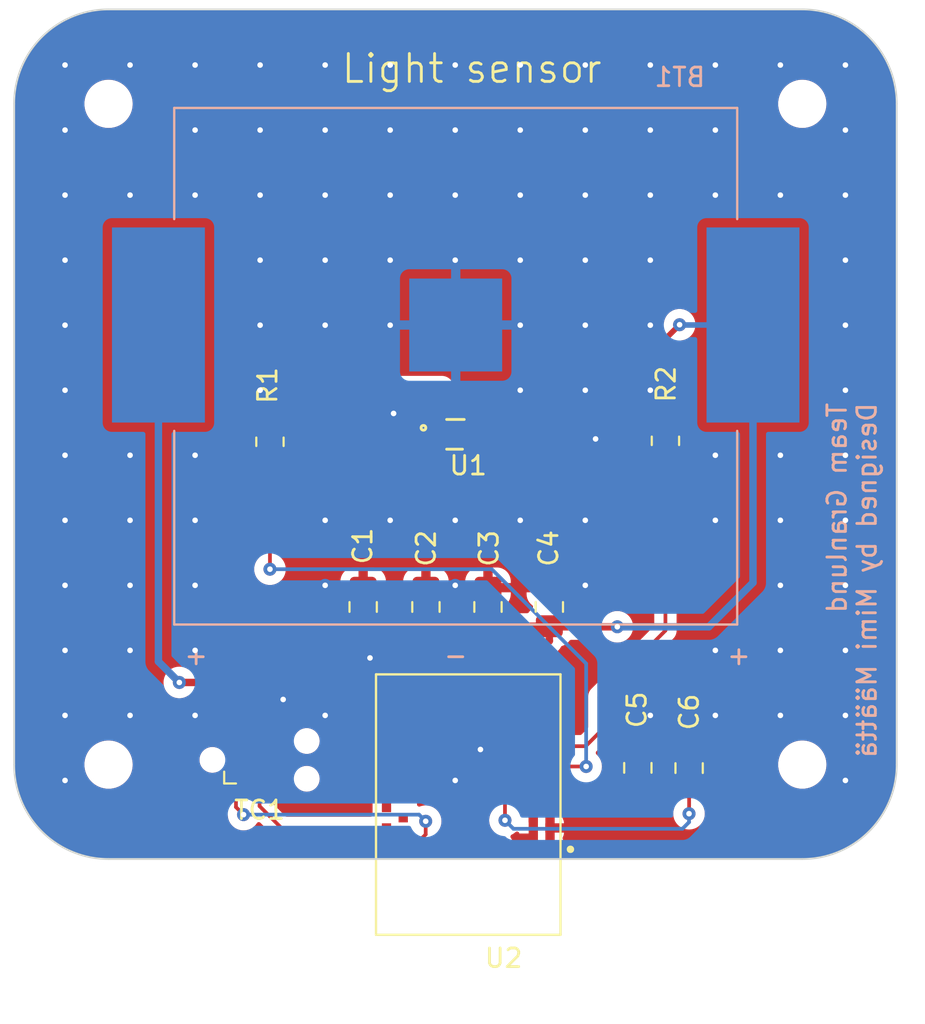
<source format=kicad_pcb>
(kicad_pcb (version 20221018) (generator pcbnew)
  (layers (0 "F.Cu" signal) (31 "B.Cu" signal) (34 "B.Paste" user) (35 "F.Paste" user) (36 "B.SilkS" user "B.Silkscreen") (37 "F.SilkS" user "F.Silkscreen") (38 "B.Mask" user) (39 "F.Mask" user) (44 "Edge.Cuts" user))
  (net 0 "")
  (net 1 "GND")
  (net 2 "VCC")
  (net 3 "Net-(U2-P0.26)")
  (net 4 "Net-(U2-P0.25)")
  (net 5 "/SDA")
  (net 6 "/SCL")
  (net 7 "/SW_DIO")
  (net 8 "/SW_CLK")
  (net 9 "/RESET")
  (footprint "Resistor_SMD:R_0805_2012Metric_Pad1.20x1.40mm_HandSolder" (layer "F.Cu") (at 141.2748 95.6564 -90)
    (fp_text reference "R1" (at -3.032 0.127 90) (layer "F.SilkS"))
    (fp_text value "4.7k")
    (fp_line (start -0.227064 -0.735) (end 0.227064 -0.735) (stroke (width 0.12)) (layer "F.SilkS"))
    (fp_line (start -0.227064 0.735) (end 0.227064 0.735) (stroke (width 0.12)) (layer "F.SilkS"))
    (pad "1" smd roundrect (at -1 0 270) (size 1.2 1.4) (layers "F.Cu" "F.Paste" "F.Mask") (roundrect_rratio 0.2083333333) (net 2 "VCC"))
    (pad "2" smd roundrect (at 1 0 270) (size 1.2 1.4) (layers "F.Cu" "F.Paste" "F.Mask") (roundrect_rratio 0.2083333333) (net 5 "/SDA"))
  )
  (footprint "MountingHole:MountingHole_2.2mm_M2" (layer "F.Cu") (at 132.588 113.03)
    (fp_text reference "REF**" hide)
    (fp_text value "MountingHole_2.2mm_M2" hide)
    (pad "" np_thru_hole circle (at 0 0) (size 2.2 2.2) (drill 2.2) (layers "*.Cu" "*.Mask"))
  )
  (footprint "Connector:Tag-Connect_TC2030-IDC-NL_2x03_P1.27mm_Vertical" (layer "F.Cu") (at 140.716 112.776)
    (fp_text reference "TC1" (at 0 2.7) (layer "F.SilkS"))
    (fp_text value "TC2030-IDC" hide)
    (fp_line (start -1.905 1.27) (end -1.905 0.635) (stroke (width 0.12)) (layer "F.SilkS"))
    (fp_line (start -1.27 1.27) (end -1.905 1.27) (stroke (width 0.12)) (layer "F.SilkS"))
    (pad "" np_thru_hole circle (at -2.54 0) (size 0.9906 0.9906) (drill 0.9906) (layers "*.Cu" "*.Mask"))
    (pad "" np_thru_hole circle (at 2.54 -1.016) (size 0.9906 0.9906) (drill 0.9906) (layers "*.Cu" "*.Mask"))
    (pad "" np_thru_hole circle (at 2.54 1.016) (size 0.9906 0.9906) (drill 0.9906) (layers "*.Cu" "*.Mask"))
    (pad "1" connect circle (at -1.27 0.635) (size 0.7874 0.7874) (layers "F.Cu" "F.Mask") (net 7 "/SW_DIO"))
    (pad "2" connect circle (at -1.27 -0.635) (size 0.7874 0.7874) (layers "F.Cu" "F.Mask") (net 2 "VCC"))
    (pad "3" connect circle (at 0 0.635) (size 0.7874 0.7874) (layers "F.Cu" "F.Mask") (net 8 "/SW_CLK"))
    (pad "4" connect circle (at 0 -0.635) (size 0.7874 0.7874) (layers "F.Cu" "F.Mask") (net 9 "/RESET"))
    (pad "5" connect circle (at 1.27 0.635) (size 0.7874 0.7874) (layers "F.Cu" "F.Mask"))
    (pad "6" connect circle (at 1.27 -0.635) (size 0.7874 0.7874) (layers "F.Cu" "F.Mask") (net 1 "GND"))
    (zone (net 0) (net_name "") (layer "F.Cu") (connect_pads (clearance 0)) (min_thickness 0.254)
      (keepout (tracks allowed) (vias not_allowed) (pads allowed) (copperpour not_allowed) (footprints not_allowed))
      (fill (thermal_gap 0.508) (thermal_bridge_width 0.508))
      (polygon (pts (xy 141.986 112.141) (xy 139.446 112.141) (xy 139.446 113.411) (xy 141.986 113.411)))
    )
  )
  (footprint "Resistor_SMD:R_0805_2012Metric_Pad1.20x1.40mm_HandSolder" (layer "F.Cu") (at 162.56 95.6056 -90)
    (fp_text reference "R2" (at -3.048 -0.029 90) (layer "F.SilkS"))
    (fp_text value "4.7k")
    (fp_line (start -0.227064 -0.735) (end 0.227064 -0.735) (stroke (width 0.12)) (layer "F.SilkS"))
    (fp_line (start -0.227064 0.735) (end 0.227064 0.735) (stroke (width 0.12)) (layer "F.SilkS"))
    (pad "1" smd roundrect (at -1 0 270) (size 1.2 1.4) (layers "F.Cu" "F.Paste" "F.Mask") (roundrect_rratio 0.2083333333) (net 2 "VCC"))
    (pad "2" smd roundrect (at 1 0 270) (size 1.2 1.4) (layers "F.Cu" "F.Paste" "F.Mask") (roundrect_rratio 0.2083333333) (net 6 "/SCL"))
  )
  (footprint "Capacitor_SMD:C_0805_2012Metric_Pad1.18x1.45mm_HandSolder" (layer "F.Cu") (at 149.6696 104.5464 90)
    (fp_text reference "C2" (at 3.1535 0.013 90) (layer "F.SilkS"))
    (fp_text value "10u")
    (fp_line (start -0.261252 -0.735) (end 0.261252 -0.735) (stroke (width 0.12)) (layer "F.SilkS"))
    (fp_line (start -0.261252 0.735) (end 0.261252 0.735) (stroke (width 0.12)) (layer "F.SilkS"))
    (pad "1" smd roundrect (at -1.0375 0 90) (size 1.175 1.45) (layers "F.Cu" "F.Paste" "F.Mask") (roundrect_rratio 0.2127659574) (net 2 "VCC"))
    (pad "2" smd roundrect (at 1.0375 0 90) (size 1.175 1.45) (layers "F.Cu" "F.Paste" "F.Mask") (roundrect_rratio 0.2127659574) (net 1 "GND"))
  )
  (footprint "Color_sensor_VEML3328:SMD_L3328_VIS" (layer "F.Cu") (at 151.257066 95.255601)
    (fp_text reference "U1" (at 0.686501 1.682001 unlocked) (layer "F.SilkS"))
    (fp_text value "VEML3328" hide)
    (fp_line (start -0.472971 0.8001) (end 0.379571 0.8001) (stroke (width 0.1524)) (layer "F.SilkS"))
    (fp_line (start 0.472971 -0.8001) (end -0.472971 -0.8001) (stroke (width 0.1524)) (layer "F.SilkS"))
    (fp_circle (center -1.7209 -0.35) (end -1.5939 -0.35) (stroke (width 0.1524)) (fill none) (layer "F.SilkS"))
    (pad "1" smd rect (at -0.837499 -0.349999) (size 0.4318 0.3048) (layers "F.Cu" "F.Paste" "F.Mask") (net 1 "GND"))
    (pad "2" smd rect (at -0.837499 0.349999) (size 0.4318 0.3048) (layers "F.Cu" "F.Paste" "F.Mask") (net 5 "/SDA"))
    (pad "3" smd rect (at 0.787334 0.349999) (size 0.5334 0.3556) (layers "F.Cu" "F.Paste" "F.Mask") (net 6 "/SCL"))
    (pad "4" smd rect (at 0.837499 -0.349999) (size 0.4318 0.3048) (layers "F.Cu" "F.Paste" "F.Mask") (net 2 "VCC"))
  )
  (footprint "Capacitor_SMD:C_0805_2012Metric_Pad1.18x1.45mm_HandSolder" (layer "F.Cu") (at 146.2916 104.5464 90)
    (fp_text reference "C1" (at 3.2805 -0.025 90) (layer "F.SilkS"))
    (fp_text value "1u")
    (fp_line (start -0.261252 -0.735) (end 0.261252 -0.735) (stroke (width 0.12)) (layer "F.SilkS"))
    (fp_line (start -0.261252 0.735) (end 0.261252 0.735) (stroke (width 0.12)) (layer "F.SilkS"))
    (pad "1" smd roundrect (at -1.0375 0 90) (size 1.175 1.45) (layers "F.Cu" "F.Paste" "F.Mask") (roundrect_rratio 0.2127659574) (net 2 "VCC"))
    (pad "2" smd roundrect (at 1.0375 0 90) (size 1.175 1.45) (layers "F.Cu" "F.Paste" "F.Mask") (roundrect_rratio 0.2127659574) (net 1 "GND"))
  )
  (footprint "MountingHole:MountingHole_2.2mm_M2" (layer "F.Cu") (at 169.926 113.03)
    (fp_text reference "REF**" hide)
    (fp_text value "MountingHole_2.2mm_M2" hide)
    (pad "" np_thru_hole circle (at 0 0) (size 2.2 2.2) (drill 2.2) (layers "*.Cu" "*.Mask"))
  )
  (footprint "MountingHole:MountingHole_2.2mm_M2" (layer "F.Cu") (at 132.588 77.47)
    (fp_text reference "REF**" hide)
    (fp_text value "MountingHole_2.2mm_M2" hide)
    (pad "" np_thru_hole circle (at 0 0) (size 2.2 2.2) (drill 2.2) (layers "F&B.Cu" "*.Mask"))
  )
  (footprint "Capacitor_SMD:C_0805_2012Metric_Pad1.18x1.45mm_HandSolder" (layer "F.Cu") (at 153.0096 104.5464 90)
    (fp_text reference "C3" (at 3.1535 0.051 90) (layer "F.SilkS"))
    (fp_text value "1u")
    (fp_line (start -0.261252 -0.735) (end 0.261252 -0.735) (stroke (width 0.12)) (layer "F.SilkS"))
    (fp_line (start -0.261252 0.735) (end 0.261252 0.735) (stroke (width 0.12)) (layer "F.SilkS"))
    (pad "1" smd roundrect (at -1.0375 0 90) (size 1.175 1.45) (layers "F.Cu" "F.Paste" "F.Mask") (roundrect_rratio 0.2127659574) (net 2 "VCC"))
    (pad "2" smd roundrect (at 1.0375 0 90) (size 1.175 1.45) (layers "F.Cu" "F.Paste" "F.Mask") (roundrect_rratio 0.2127659574) (net 1 "GND"))
  )
  (footprint "Capacitor_SMD:C_0805_2012Metric_Pad1.18x1.45mm_HandSolder" (layer "F.Cu") (at 161.075472 113.204647 90)
    (fp_text reference "C5" (at 3.1203 -0.0508 90) (layer "F.SilkS"))
    (fp_text value "12p")
    (fp_line (start -0.261252 -0.735) (end 0.261252 -0.735) (stroke (width 0.12)) (layer "F.SilkS"))
    (fp_line (start -0.261252 0.735) (end 0.261252 0.735) (stroke (width 0.12)) (layer "F.SilkS"))
    (pad "1" smd roundrect (at -1.0375 0 90) (size 1.175 1.45) (layers "F.Cu" "F.Paste" "F.Mask") (roundrect_rratio 0.2127659574) (net 3 "Net-(U2-P0.26)"))
    (pad "2" smd roundrect (at 1.0375 0 90) (size 1.175 1.45) (layers "F.Cu" "F.Paste" "F.Mask") (roundrect_rratio 0.2127659574) (net 1 "GND"))
  )
  (footprint "BMD-301-A-R:BMD-301-A-R" (layer "F.Cu") (at 151.948 115.189 180)
    (fp_text reference "U2" (at -1.905 -8.255) (layer "F.SilkS"))
    (fp_text value "BMD-301-A-R" hide)
    (fp_line (start -4.965 -7) (end 4.965 -7) (stroke (width 0.127)) (layer "F.SilkS"))
    (fp_line (start -4.965 7.015) (end -4.965 -7) (stroke (width 0.127)) (layer "F.SilkS"))
    (fp_line (start 4.965 -7) (end 4.965 7.015) (stroke (width 0.127)) (layer "F.SilkS"))
    (fp_line (start 4.965 7.015) (end -4.965 7.015) (stroke (width 0.127)) (layer "F.SilkS"))
    (fp_circle (center -5.5 -2.4) (end -5.4 -2.4) (stroke (width 0.2)) (fill none) (layer "F.SilkS"))
    (pad "1" smd rect (at -4.4 -2.35 90) (size 0.5 0.5) (layers "F.Cu" "F.Paste" "F.Mask") (net 1 "GND"))
    (pad "2" smd rect (at -3.5 -1.8 90) (size 0.5 0.5) (layers "F.Cu" "F.Paste" "F.Mask") (net 1 "GND"))
    (pad "3" smd rect (at -4.4 -1.25 90) (size 0.5 0.5) (layers "F.Cu" "F.Paste" "F.Mask") (net 1 "GND"))
    (pad "4" smd rect (at -3.5 -0.7 90) (size 0.5 0.5) (layers "F.Cu" "F.Paste" "F.Mask") (net 1 "GND"))
    (pad "5" smd rect (at -4.4 -0.15 90) (size 0.5 0.5) (layers "F.Cu" "F.Paste" "F.Mask") (net 1 "GND"))
    (pad "6" smd rect (at -3.5 0.4 90) (size 0.5 0.5) (layers "F.Cu" "F.Paste" "F.Mask") (net 4 "Net-(U2-P0.25)"))
    (pad "7" smd rect (at -4.4 0.95 90) (size 0.5 0.5) (layers "F.Cu" "F.Paste" "F.Mask") (net 3 "Net-(U2-P0.26)"))
    (pad "8" smd rect (at -3.5 1.5 90) (size 0.5 0.5) (layers "F.Cu" "F.Paste" "F.Mask"))
    (pad "9" smd rect (at -4.4 2.05 90) (size 0.5 0.5) (layers "F.Cu" "F.Paste" "F.Mask") (net 5 "/SDA"))
    (pad "10" smd rect (at -3.5 2.6 90) (size 0.5 0.5) (layers "F.Cu" "F.Paste" "F.Mask"))
    (pad "11" smd rect (at -4.4 3.15 90) (size 0.5 0.5) (layers "F.Cu" "F.Paste" "F.Mask") (net 6 "/SCL"))
    (pad "12" smd rect (at -3.5 3.7 90) (size 0.5 0.5) (layers "F.Cu" "F.Paste" "F.Mask"))
    (pad "13" smd rect (at -4.4 4.25 90) (size 0.5 0.5) (layers "F.Cu" "F.Paste" "F.Mask"))
    (pad "14" smd rect (at -3.5 4.8 90) (size 0.5 0.5) (layers "F.Cu" "F.Paste" "F.Mask"))
    (pad "15" smd rect (at -4.4 5.35 90) (size 0.5 0.5) (layers "F.Cu" "F.Paste" "F.Mask"))
    (pad "16" smd rect (at -4.4 6.45 90) (size 0.5 0.5) (layers "F.Cu" "F.Paste" "F.Mask") (net 1 "GND"))
    (pad "17" smd rect (at -3.3 6.45 90) (size 0.5 0.5) (layers "F.Cu" "F.Paste" "F.Mask") (net 2 "VCC"))
    (pad "18" smd rect (at -2.75 5.55 90) (size 0.5 0.5) (layers "F.Cu" "F.Paste" "F.Mask") (net 1 "GND"))
    (pad "19" smd rect (at -2.2 6.45 90) (size 0.5 0.5) (layers "F.Cu" "F.Paste" "F.Mask"))
    (pad "20" smd rect (at -1.65 5.55 90) (size 0.5 0.5) (layers "F.Cu" "F.Paste" "F.Mask"))
    (pad "21" smd rect (at -1.1 6.45 90) (size 0.5 0.5) (layers "F.Cu" "F.Paste" "F.Mask"))
    (pad "22" smd rect (at -0.55 5.55 90) (size 0.5 0.5) (layers "F.Cu" "F.Paste" "F.Mask"))
    (pad "23" smd rect (at 0 6.45 90) (size 0.5 0.5) (layers "F.Cu" "F.Paste" "F.Mask"))
    (pad "24" smd rect (at 0.55 5.55 90) (size 0.5 0.5) (layers "F.Cu" "F.Paste" "F.Mask"))
    (pad "25" smd rect (at 1.1 6.45 90) (size 0.5 0.5) (layers "F.Cu" "F.Paste" "F.Mask"))
    (pad "26" smd rect (at 1.65 5.55 90) (size 0.5 0.5) (layers "F.Cu" "F.Paste" "F.Mask"))
    (pad "27" smd rect (at 2.2 6.45 90) (size 0.5 0.5) (layers "F.Cu" "F.Paste" "F.Mask"))
    (pad "28" smd rect (at 2.75 5.55 90) (size 0.5 0.5) (layers "F.Cu" "F.Paste" "F.Mask"))
    (pad "29" smd rect (at 3.3 6.45 90) (size 0.5 0.5) (layers "F.Cu" "F.Paste" "F.Mask") (net 1 "GND"))
    (pad "30" smd rect (at 4.4 6.45 90) (size 0.5 0.5) (layers "F.Cu" "F.Paste" "F.Mask") (net 1 "GND"))
    (pad "31" smd rect (at 4.4 5.35 90) (size 0.5 0.5) (layers "F.Cu" "F.Paste" "F.Mask"))
    (pad "32" smd rect (at 3.5 4.8 90) (size 0.5 0.5) (layers "F.Cu" "F.Paste" "F.Mask"))
    (pad "33" smd rect (at 4.4 4.25 90) (size 0.5 0.5) (layers "F.Cu" "F.Paste" "F.Mask"))
    (pad "34" smd rect (at 3.5 3.7 90) (size 0.5 0.5) (layers "F.Cu" "F.Paste" "F.Mask"))
    (pad "35" smd rect (at 4.4 3.15 90) (size 0.5 0.5) (layers "F.Cu" "F.Paste" "F.Mask"))
    (pad "36" smd rect (at 3.5 2.6 90) (size 0.5 0.5) (layers "F.Cu" "F.Paste" "F.Mask"))
    (pad "37" smd rect (at 4.4 2.05 90) (size 0.5 0.5) (layers "F.Cu" "F.Paste" "F.Mask"))
    (pad "38" smd rect (at 3.5 1.5 90) (size 0.5 0.5) (layers "F.Cu" "F.Paste" "F.Mask"))
    (pad "39" smd rect (at 4.4 0.95 90) (size 0.5 0.5) (layers "F.Cu" "F.Paste" "F.Mask") (net 9 "/RESET"))
    (pad "40" smd rect (at 3.5 0.4 90) (size 0.5 0.5) (layers "F.Cu" "F.Paste" "F.Mask"))
    (pad "41" smd rect (at 4.4 -0.15 90) (size 0.5 0.5) (layers "F.Cu" "F.Paste" "F.Mask"))
    (pad "42" smd rect (at 3.5 -0.7 90) (size 0.5 0.5) (layers "F.Cu" "F.Paste" "F.Mask"))
    (pad "43" smd rect (at 4.4 -1.25 90) (size 0.5 0.5) (layers "F.Cu" "F.Paste" "F.Mask") (net 8 "/SW_CLK"))
    (pad "44" smd rect (at 3.5 -1.8 90) (size 0.5 0.5) (layers "F.Cu" "F.Paste" "F.Mask") (net 7 "/SW_DIO"))
    (pad "45" smd rect (at 4.4 -2.35 90) (size 0.5 0.5) (layers "F.Cu" "F.Paste" "F.Mask") (net 1 "GND"))
    (pad "46" smd rect (at 1.65 -2.35 90) (size 0.5 0.5) (layers "F.Cu" "F.Paste" "F.Mask") (net 1 "GND"))
    (pad "47" smd rect (at -1.65 -2.35 90) (size 0.5 0.5) (layers "F.Cu" "F.Paste" "F.Mask") (net 1 "GND"))
    (zone (net 0) (net_name "") (layer "F.Cu") (connect_pads (clearance 0)) (min_thickness 0.01)
      (keepout (tracks not_allowed) (vias not_allowed) (pads not_allowed) (copperpour not_allowed) (footprints allowed))
      (fill (thermal_gap 0.508) (thermal_bridge_width 0.508))
      (polygon (pts (xy 156.878 122.189) (xy 146.978 122.189) (xy 146.978 117.799) (xy 156.878 117.799)))
    )
  )
  (footprint "MountingHole:MountingHole_2.2mm_M2" (layer "F.Cu") (at 169.926 77.47)
    (fp_text reference "REF**" hide)
    (fp_text value "MountingHole_2.2mm_M2" hide)
    (pad "" np_thru_hole circle (at 0 0) (size 2.2 2.2) (drill 2.2) (layers "F&B.Cu" "*.Mask"))
  )
  (footprint "Capacitor_SMD:C_0805_2012Metric_Pad1.18x1.45mm_HandSolder" (layer "F.Cu") (at 163.835104 113.217511 90)
    (fp_text reference "C6" (at 3.0187 0 90) (layer "F.SilkS"))
    (fp_text value "12p")
    (fp_line (start -0.261252 -0.735) (end 0.261252 -0.735) (stroke (width 0.12)) (layer "F.SilkS"))
    (fp_line (start -0.261252 0.735) (end 0.261252 0.735) (stroke (width 0.12)) (layer "F.SilkS"))
    (pad "1" smd roundrect (at -1.0375 0 90) (size 1.175 1.45) (layers "F.Cu" "F.Paste" "F.Mask") (roundrect_rratio 0.2127659574) (net 4 "Net-(U2-P0.25)"))
    (pad "2" smd roundrect (at 1.0375 0 90) (size 1.175 1.45) (layers "F.Cu" "F.Paste" "F.Mask") (roundrect_rratio 0.2127659574) (net 1 "GND"))
  )
  (footprint "Capacitor_SMD:C_0805_2012Metric_Pad1.18x1.45mm_HandSolder" (layer "F.Cu") (at 156.3116 104.5464 90)
    (fp_text reference "C4" (at 3.1535 -0.038 90) (layer "F.SilkS"))
    (fp_text value "100n")
    (fp_line (start -0.261252 -0.735) (end 0.261252 -0.735) (stroke (width 0.12)) (layer "F.SilkS"))
    (fp_line (start -0.261252 0.735) (end 0.261252 0.735) (stroke (width 0.12)) (layer "F.SilkS"))
    (pad "1" smd roundrect (at -1.0375 0 90) (size 1.175 1.45) (layers "F.Cu" "F.Paste" "F.Mask") (roundrect_rratio 0.2127659574) (net 2 "VCC"))
    (pad "2" smd roundrect (at 1.0375 0 90) (size 1.175 1.45) (layers "F.Cu" "F.Paste" "F.Mask") (roundrect_rratio 0.2127659574) (net 1 "GND"))
  )
  (footprint "CR2477-clip:BAT_BRX1-2477-SM" (layer "B.Cu") (at 151.2725 89.372 180)
    (fp_text reference "BT1" (at -12.065 13.335) (layer "B.SilkS") (effects (justify mirror)))
    (fp_text value "BRX1-2477-SM" hide)
    (fp_text user "+" (at -15.24 -17.78) (layer "B.SilkS") (effects (justify mirror)))
    (fp_text user "-" (at 0 -17.78) (layer "B.SilkS") (effects (justify mirror)))
    (fp_text user "+" (at 13.97 -17.78) (layer "B.SilkS") (effects (justify mirror)))
    (fp_line (start -15.15 -16.12) (end 15.15 -16.12) (stroke (width 0.127)) (layer "B.SilkS"))
    (fp_line (start -15.15 -5.7) (end -15.15 -16.12) (stroke (width 0.127)) (layer "B.SilkS"))
    (fp_line (start -15.15 11.68) (end -15.15 5.7) (stroke (width 0.127)) (layer "B.SilkS"))
    (fp_line (start 15.15 -16.12) (end 15.15 -5.7) (stroke (width 0.127)) (layer "B.SilkS"))
    (fp_line (start 15.15 5.7) (end 15.15 11.68) (stroke (width 0.127)) (layer "B.SilkS"))
    (fp_line (start 15.15 11.68) (end -15.15 11.68) (stroke (width 0.127)) (layer "B.SilkS"))
    (pad "-" smd rect (at 0 0 180) (size 5 5) (layers "B.Cu" "B.Mask") (net 1 "GND"))
    (pad "1+" smd rect (at -16 0 180) (size 5 10.5) (layers "B.Cu" "B.Paste" "B.Mask") (net 2 "VCC"))
    (pad "2+" smd rect (at 16 0 180) (size 5 10.5) (layers "B.Cu" "B.Paste" "B.Mask") (net 2 "VCC"))
  )
  (gr_line (start 175.006 77.47) (end 175.006 113.03) (stroke (width 0.1)) (layer "Edge.Cuts"))
  (gr_arc (start 132.588 118.11) (mid 128.995898 116.622102) (end 127.508 113.03) (stroke (width 0.1)) (layer "Edge.Cuts"))
  (gr_line (start 132.588 118.11) (end 169.926 118.11) (stroke (width 0.1)) (layer "Edge.Cuts"))
  (gr_arc (start 127.508 77.47) (mid 128.995898 73.877898) (end 132.588 72.39) (stroke (width 0.1)) (layer "Edge.Cuts"))
  (gr_arc (start 169.926 72.39) (mid 173.518102 73.877898) (end 175.006 77.47) (stroke (width 0.1)) (layer "Edge.Cuts"))
  (gr_arc (start 175.006 113.03) (mid 173.518102 116.622102) (end 169.926 118.11) (stroke (width 0.1)) (layer "Edge.Cuts"))
  (gr_line (start 169.926 72.39) (end 132.588 72.39) (stroke (width 0.1)) (layer "Edge.Cuts"))
  (gr_line (start 127.508 77.47) (end 127.508 113.03) (stroke (width 0.1)) (layer "Edge.Cuts"))
  (gr_text "Team Granlund\nDesigned by Mimi Määttä" (at 173.99 93.472 -270) (layer "B.SilkS") (effects (font (size 1 1) (thickness 0.155)) (justify left bottom mirror)))
  (gr_text "Light sensor" (at 145.034 76.454) (layer "F.SilkS") (effects (font (size 1.5 1.5) (thickness 0.155)) (justify left bottom)))
  (segment (start 149.769602 94.905602) (end 148.9964 94.1324) (width 0.2) (layer "F.Cu") (net 1))
  (segment (start 148.9964 94.1324) (end 147.9296 94.1324) (width 0.2) (layer "F.Cu") (net 1))
  (segment (start 153.2128 110.6932) (end 154.127196 110.6932) (width 0.2) (layer "F.Cu") (net 1))
  (segment (start 154.698 110.122396) (end 154.698 109.639) (width 0.2) (layer "F.Cu") (net 1))
  (segment (start 150.419567 94.905602) (end 149.769602 94.905602) (width 0.2) (layer "F.Cu") (net 1))
  (segment (start 141.986 109.5248) (end 141.986 112.141) (width 0.2) (layer "F.Cu") (net 1))
  (segment (start 152.6032 112.217196) (end 152.6032 111.3028) (width 0.2) (layer "F.Cu") (net 1))
  (segment (start 152.6032 111.3028) (end 153.2128 110.6932) (width 0.2) (layer "F.Cu") (net 1))
  (segment (start 154.127196 110.6932) (end 154.698 110.122396) (width 0.2) (layer "F.Cu") (net 1))
  (via (at 168.746 96.382) (size 0.7) (drill 0.3) (layers "F.Cu" "B.Cu") (net 1))
  (via (at 130.246 110.382) (size 0.7) (drill 0.3) (layers "F.Cu" "B.Cu") (net 1))
  (via (at 158.8008 95.504) (size 0.7) (drill 0.3) (layers "F.Cu" "B.Cu") (net 1))
  (via (at 172.246 92.882) (size 0.7) (drill 0.3) (layers "F.Cu" "B.Cu") (net 1))
  (via (at 130.246 92.882) (size 0.7) (drill 0.3) (layers "F.Cu" "B.Cu") (net 1))
  (via (at 158.246 78.882) (size 0.7) (drill 0.3) (layers "F.Cu" "B.Cu") (net 1))
  (via (at 168.746 75.382) (size 0.7) (drill 0.3) (layers "F.Cu" "B.Cu") (net 1))
  (via (at 161.746 82.382) (size 0.7) (drill 0.3) (layers "F.Cu" "B.Cu") (net 1))
  (via (at 137.246 96.382) (size 0.7) (drill 0.3) (layers "F.Cu" "B.Cu") (net 1))
  (via (at 154.746 82.382) (size 0.7) (drill 0.3) (layers "F.Cu" "B.Cu") (net 1))
  (via (at 140.746 82.382) (size 0.7) (drill 0.3) (layers "F.Cu" "B.Cu") (net 1))
  (via (at 151.246 75.382) (size 0.7) (drill 0.3) (layers "F.Cu" "B.Cu") (net 1))
  (via (at 133.746 110.382) (size 0.7) (drill 0.3) (layers "F.Cu" "B.Cu") (net 1))
  (via (at 172.246 99.882) (size 0.7) (drill 0.3) (layers "F.Cu" "B.Cu") (net 1))
  (via (at 147.746 89.382) (size 0.7) (drill 0.3) (layers "F.Cu" "B.Cu") (net 1))
  (via (at 147.9296 94.1324) (size 0.7) (drill 0.3) (layers "F.Cu" "B.Cu") (net 1))
  (via (at 158.246 103.382) (size 0.7) (drill 0.3) (layers "F.Cu" "B.Cu") (net 1))
  (via (at 172.246 78.882) (size 0.7) (drill 0.3) (layers "F.Cu" "B.Cu") (net 1))
  (via (at 158.246 89.382) (size 0.7) (drill 0.3) (layers "F.Cu" "B.Cu") (net 1))
  (via (at 130.246 78.882) (size 0.7) (drill 0.3) (layers "F.Cu" "B.Cu") (net 1))
  (via (at 137.246 75.382) (size 0.7) (drill 0.3) (layers "F.Cu" "B.Cu") (net 1))
  (via (at 172.246 106.882) (size 0.7) (drill 0.3) (layers "F.Cu" "B.Cu") (net 1))
  (via (at 168.746 103.382) (size 0.7) (drill 0.3) (layers "F.Cu" "B.Cu") (net 1))
  (via (at 172.246 113.882) (size 0.7) (drill 0.3) (layers "F.Cu" "B.Cu") (net 1))
  (via (at 168.746 110.382) (size 0.7) (drill 0.3) (layers "F.Cu" "B.Cu") (net 1))
  (via (at 151.246 99.882) (size 0.7) (drill 0.3) (layers "F.Cu" "B.Cu") (net 1))
  (via (at 158.246 82.382) (size 0.7) (drill 0.3) (layers "F.Cu" "B.Cu") (net 1))
  (via (at 130.246 82.382) (size 0.7) (drill 0.3) (layers "F.Cu" "B.Cu") (net 1))
  (via (at 137.246 78.882) (size 0.7) (drill 0.3) (layers "F.Cu" "B.Cu") (net 1))
  (via (at 172.246 82.382) (size 0.7) (drill 0.3) (layers "F.Cu" "B.Cu") (net 1))
  (via (at 158.246 75.382) (size 0.7) (drill 0.3) (layers "F.Cu" "B.Cu") (net 1))
  (via (at 161.746 75.382) (size 0.7) (drill 0.3) (layers "F.Cu" "B.Cu") (net 1))
  (via (at 146.6596 107.2896) (size 0.7) (drill 0.3) (layers "F.Cu" "B.Cu") (net 1))
  (via (at 144.246 110.382) (size 0.7) (drill 0.3) (layers "F.Cu" "B.Cu") (net 1))
  (via (at 140.746 92.882) (size 0.7) (drill 0.3) (layers "F.Cu" "B.Cu") (net 1))
  (via (at 137.246 103.382) (size 0.7) (drill 0.3) (layers "F.Cu" "B.Cu") (net 1))
  (via (at 168.746 82.382) (size 0.7) (drill 0.3) (layers "F.Cu" "B.Cu") (net 1))
  (via (at 147.746 85.882) (size 0.7) (drill 0.3) (layers "F.Cu" "B.Cu") (net 1))
  (via (at 165.246 110.382) (size 0.7) (drill 0.3) (layers "F.Cu" "B.Cu") (net 1))
  (via (at 137.246 82.382) (size 0.7) (drill 0.3) (layers "F.Cu" "B.Cu") (net 1))
  (via (at 144.246 82.382) (size 0.7) (drill 0.3) (layers "F.Cu" "B.Cu") (net 1))
  (via (at 130.246 113.882) (size 0.7) (drill 0.3) (layers "F.Cu" "B.Cu") (net 1))
  (via (at 141.986 109.5248) (size 0.7) (drill 0.3) (layers "F.Cu" "B.Cu") (net 1))
  (via (at 154.746 99.882) (size 0.7) (drill 0.3) (layers "F.Cu" "B.Cu") (net 1))
  (via (at 130.246 89.382) (size 0.7) (drill 0.3) (layers "F.Cu" "B.Cu") (net 1))
  (via (at 161.746 110.382) (size 0.7) (drill 0.3) (layers "F.Cu" "B.Cu") (net 1))
  (via (at 133.746 75.382) (size 0.7) (drill 0.3) (layers "F.Cu" "B.Cu") (net 1))
  (via (at 130.246 96.382) (size 0.7) (drill 0.3) (layers "F.Cu" "B.Cu") (net 1))
  (via (at 161.746 85.882) (size 0.7) (drill 0.3) (layers "F.Cu" "B.Cu") (net 1))
  (via (at 133.746 106.882) (size 0.7) (drill 0.3) (layers "F.Cu" "B.Cu") (net 1))
  (via (at 144.246 78.882) (size 0.7) (drill 0.3) (layers "F.Cu" "B.Cu") (net 1))
  (via (at 151.246 85.882) (size 0.7) (drill 0.3) (layers "F.Cu" "B.Cu") (net 1))
  (via (at 133.746 99.882) (size 0.7) (drill 0.3) (layers "F.Cu" "B.Cu") (net 1))
  (via (at 144.246 89.382) (size 0.7) (drill 0.3) (layers "F.Cu" "B.Cu") (net 1))
  (via (at 172.246 110.382) (size 0.7) (drill 0.3) (layers "F.Cu" "B.Cu") (net 1))
  (via (at 130.246 85.882) (size 0.7) (drill 0.3) (layers "F.Cu" "B.Cu") (net 1))
  (via (at 172.246 89.382) (size 0.7) (drill 0.3) (layers "F.Cu" "B.Cu") (net 1))
  (via (at 151.246 78.882) (size 0.7) (drill 0.3) (layers "F.Cu" "B.Cu") (net 1))
  (via (at 144.246 103.382) (size 0.7) (drill 0.3) (layers "F.Cu" "B.Cu") (net 1))
  (via (at 172.246 96.382) (size 0.7) (drill 0.3) (layers "F.Cu" "B.Cu") (net 1))
  (via (at 147.746 99.882) (size 0.7) (drill 0.3) (layers "F.Cu" "B.Cu") (net 1))
  (via (at 158.246 99.882) (size 0.7) (drill 0.3) (layers "F.Cu" "B.Cu") (net 1))
  (via (at 130.246 103.382) (size 0.7) (drill 0.3) (layers "F.Cu" "B.Cu") (net 1))
  (via (at 172.246 75.382) (size 0.7) (drill 0.3) (layers "F.Cu" "B.Cu") (net 1))
  (via (at 161.746 89.382) (size 0.7) (drill 0.3) (layers "F.Cu" "B.Cu") (net 1))
  (via (at 158.246 85.882) (size 0.7) (drill 0.3) (layers "F.Cu" "B.Cu") (net 1))
  (via (at 144.246 85.882) (size 0.7) (drill 0.3) (layers "F.Cu" "B.Cu") (net 1))
  (via (at 168.746 99.882) (size 0.7) (drill 0.3) (layers "F.Cu" "B.Cu") (net 1))
  (via (at 172.246 85.882) (size 0.7) (drill 0.3) (layers "F.Cu" "B.Cu") (net 1))
  (via (at 151.246 82.382) (size 0.7) (drill 0.3) (layers "F.Cu" "B.Cu") (net 1))
  (via (at 147.746 75.382) (size 0.7) (drill 0.3) (layers "F.Cu" "B.Cu") (net 1))
  (via (at 154.746 75.382) (size 0.7) (drill 0.3) (layers "F.Cu" "B.Cu") (net 1))
  (via (at 147.746 82.382) (size 0.7) (drill 0.3) (layers "F.Cu" "B.Cu") (net 1))
  (via (at 151.246 103.382) (size 0.7) (drill 0.3) (layers "F.Cu" "B.Cu") (net 1))
  (via (at 165.246 99.882) (size 0.7) (drill 0.3) (layers "F.Cu" "B.Cu") (net 1))
  (via (at 154.746 92.882) (size 0.7) (drill 0.3) (layers "F.Cu" "B.Cu") (net 1))
  (via (at 158.246 92.882) (size 0.7) (drill 0.3) (layers "F.Cu" "B.Cu") (net 1))
  (via (at 140.746 78.882) (size 0.7) (drill 0.3) (layers "F.Cu" "B.Cu") (net 1))
  (via (at 165.246 96.382) (size 0.7) (drill 0.3) (layers "F.Cu" "B.Cu") (net 1))
  (via (at 152.6032 112.217196) (size 0.7) (drill 0.3) (layers "F.Cu" "B.Cu") (net 1))
  (via (at 137.246 99.882) (size 0.7) (drill 0.3) (layers "F.Cu" "B.Cu") (net 1))
  (via (at 130.246 99.882) (size 0.7) (drill 0.3) (layers "F.Cu" "B.Cu") (net 1))
  (via (at 130.246 75.382) (size 0.7) (drill 0.3) (layers "F.Cu" "B.Cu") (net 1))
  (via (at 130.246 106.882) (size 0.7) (drill 0.3) (layers "F.Cu" "B.Cu") (net 1))
  (via (at 140.746 89.382) (size 0.7) (drill 0.3) (layers "F.Cu" "B.Cu") (net 1))
  (via (at 137.246 110.382) (size 0.7) (drill 0.3) (layers "F.Cu" "B.Cu") (net 1))
  (via (at 172.246 103.382) (size 0.7) (drill 0.3) (layers "F.Cu" "B.Cu") (net 1))
  (via (at 154.746 85.882) (size 0.7) (drill 0.3) (layers "F.Cu" "B.Cu") (net 1))
  (via (at 161.746 78.882) (size 0.7) (drill 0.3) (layers "F.Cu" "B.Cu") (net 1))
  (via (at 154.746 89.382) (size 0.7) (drill 0.3) (layers "F.Cu" "B.Cu") (net 1))
  (via (at 161.746 92.882) (size 0.7) (drill 0.3) (layers "F.Cu" "B.Cu") (net 1))
  (via (at 165.246 106.882) (size 0.7) (drill 0.3) (layers "F.Cu" "B.Cu") (net 1))
  (via (at 140.746 85.882) (size 0.7) (drill 0.3) (layers "F.Cu" "B.Cu") (net 1))
  (via (at 140.746 75.382) (size 0.7) (drill 0.3) (layers "F.Cu" "B.Cu") (net 1))
  (via (at 137.246 106.882) (size 0.7) (drill 0.3) (layers "F.Cu" "B.Cu") (net 1))
  (via (at 147.746 78.882) (size 0.7) (drill 0.3) (layers "F.Cu" "B.Cu") (net 1))
  (via (at 133.746 82.382) (size 0.7) (drill 0.3) (layers "F.Cu" "B.Cu") (net 1))
  (via (at 151.246 113.882) (size 0.7) (drill 0.3) (layers "F.Cu" "B.Cu") (net 1))
  (via (at 133.746 96.382) (size 0.7) (drill 0.3) (layers "F.Cu" "B.Cu") (net 1))
  (via (at 133.746 103.382) (size 0.7) (drill 0.3) (layers "F.Cu" "B.Cu") (net 1))
  (via (at 165.246 75.382) (size 0.7) (drill 0.3) (layers "F.Cu" "B.Cu") (net 1))
  (via (at 154.746 78.882) (size 0.7) (drill 0.3) (layers "F.Cu" "B.Cu") (net 1))
  (via (at 144.246 75.382) (size 0.7) (drill 0.3) (layers "F.Cu" "B.Cu") (net 1))
  (via (at 165.246 82.382) (size 0.7) (drill 0.3) (layers "F.Cu" "B.Cu") (net 1))
  (via (at 144.246 99.882) (size 0.7) (drill 0.3) (layers "F.Cu" "B.Cu") (net 1))
  (via (at 168.746 106.882) (size 0.7) (drill 0.3) (layers "F.Cu" "B.Cu") (net 1))
  (via (at 165.246 78.882) (size 0.7) (drill 0.3) (layers "F.Cu" "B.Cu") (net 1))
  (segment (start 146.2916 105.5839) (end 149.6696 105.5839) (width 0.4) (layer "F.Cu") (net 2))
  (segment (start 141.2533 105.5839) (end 139.446 107.3912) (width 0.4) (layer "F.Cu") (net 2))
  (segment (start 139.446 107.3912) (end 139.446 108.712) (width 0.4) (layer "F.Cu") (net 2))
  (segment (start 151.2316 94.6404) (end 151.496802 94.905602) (width 0.3) (layer "F.Cu") (net 2))
  (segment (start 156.3409 105.6132) (end 156.3116 105.5839) (width 0.4) (layer "F.Cu") (net 2))
  (segment (start 162.56 94.6056) (end 162.56 90.1192) (width 0.3) (layer "F.Cu") (net 2))
  (segment (start 145.4912 92.7608) (end 150.5204 92.7608) (width 0.3) (layer "F.Cu") (net 2))
  (segment (start 136.398 108.6104) (end 139.3444 108.6104) (width 0.4) (layer "F.Cu") (net 2))
  (segment (start 141.2748 94.6564) (end 143.5956 94.6564) (width 0.3) (layer "F.Cu") (net 2))
  (segment (start 151.2316 93.472) (end 151.2316 94.6404) (width 0.3) (layer "F.Cu") (net 2))
  (segment (start 154.173202 94.6056) (end 153.8732 94.905602) (width 0.3) (layer "F.Cu") (net 2))
  (segment (start 162.56 94.6056) (end 154.173202 94.6056) (width 0.3) (layer "F.Cu") (net 2))
  (segment (start 152.094565 94.905602) (end 153.8732 94.905602) (width 0.3) (layer "F.Cu") (net 2))
  (segment (start 146.2916 105.5839) (end 141.2533 105.5839) (width 0.4) (layer "F.Cu") (net 2))
  (segment (start 155.2448 107.442) (end 155.248 107.4452) (width 0.4) (layer "F.Cu") (net 2))
  (segment (start 162.56 90.1192) (end 163.322 89.3572) (width 0.3) (layer "F.Cu") (net 2))
  (segment (start 156.3116 105.5839) (end 156.3116 106.3752) (width 0.4) (layer "F.Cu") (net 2))
  (segment (start 155.248 107.4452) (end 155.248 108.739) (width 0.4) (layer "F.Cu") (net 2))
  (segment (start 143.5956 94.6564) (end 145.4912 92.7608) (width 0.3) (layer "F.Cu") (net 2))
  (segment (start 159.9692 105.6132) (end 156.3409 105.6132) (width 0.4) (layer "F.Cu") (net 2))
  (segment (start 149.6696 105.5839) (end 153.0096 105.5839) (width 0.4) (layer "F.Cu") (net 2))
  (segment (start 156.3116 105.5839) (end 153.0096 105.5839) (width 0.4) (layer "F.Cu") (net 2))
  (segment (start 156.3116 106.3752) (end 155.2448 107.442) (width 0.4) (layer "F.Cu") (net 2))
  (segment (start 150.5204 92.7608) (end 151.2316 93.472) (width 0.3) (layer "F.Cu") (net 2))
  (segment (start 139.3444 108.6104) (end 139.446 108.712) (width 0.4) (layer "F.Cu") (net 2))
  (segment (start 139.446 108.712) (end 139.446 112.141) (width 0.4) (layer "F.Cu") (net 2))
  (segment (start 151.496802 94.905602) (end 152.094565 94.905602) (width 0.3) (layer "F.Cu") (net 2))
  (via (at 159.9692 105.6132) (size 0.7) (drill 0.3) (layers "F.Cu" "B.Cu") (net 2))
  (via (at 136.398 108.6104) (size 0.7) (drill 0.3) (layers "F.Cu" "B.Cu") (net 2))
  (via (at 163.322 89.3572) (size 0.7) (drill 0.3) (layers "F.Cu" "B.Cu") (net 2))
  (segment (start 163.322 89.3572) (end 163.3368 89.372) (width 0.3) (layer "B.Cu") (net 2))
  (segment (start 164.8968 105.6132) (end 159.9692 105.6132) (width 0.4) (layer "B.Cu") (net 2))
  (segment (start 163.3368 89.372) (end 167.2725 89.372) (width 0.3) (layer "B.Cu") (net 2))
  (segment (start 135.2725 107.4849) (end 136.398 108.6104) (width 0.4) (layer "B.Cu") (net 2))
  (segment (start 167.2725 89.372) (end 167.2725 103.2375) (width 0.4) (layer "B.Cu") (net 2))
  (segment (start 167.2725 103.2375) (end 164.8968 105.6132) (width 0.4) (layer "B.Cu") (net 2))
  (segment (start 135.2725 89.372) (end 135.2725 107.4849) (width 0.4) (layer "B.Cu") (net 2))
  (segment (start 161.075472 114.242147) (end 161.072325 114.239) (width 0.2) (layer "F.Cu") (net 3))
  (segment (start 161.072325 114.239) (end 156.348 114.239) (width 0.2) (layer "F.Cu") (net 3))
  (segment (start 163.835104 114.255011) (end 163.835104 115.666496) (width 0.2) (layer "F.Cu") (net 4))
  (segment (start 153.924 115.1128) (end 154.2478 114.789) (width 0.2) (layer "F.Cu") (net 4))
  (segment (start 154.2478 114.789) (end 155.448 114.789) (width 0.2) (layer "F.Cu") (net 4))
  (segment (start 163.835104 115.666496) (end 163.83 115.6716) (width 0.2) (layer "F.Cu") (net 4))
  (segment (start 153.924 116.0272) (end 153.924 115.1128) (width 0.2) (layer "F.Cu") (net 4))
  (via (at 153.924 116.0272) (size 0.7) (drill 0.3) (layers "F.Cu" "B.Cu") (net 4))
  (via (at 163.83 115.6716) (size 0.7) (drill 0.3) (layers "F.Cu" "B.Cu") (net 4))
  (segment (start 154.3812 116.4844) (end 153.924 116.0272) (width 0.2) (layer "B.Cu") (net 4))
  (segment (start 163.4744 116.4844) (end 154.3812 116.4844) (width 0.2) (layer "B.Cu") (net 4))
  (segment (start 163.83 116.1288) (end 163.4744 116.4844) (width 0.2) (layer "B.Cu") (net 4))
  (segment (start 163.83 115.6716) (end 163.83 116.1288) (width 0.2) (layer "B.Cu") (net 4))
  (segment (start 141.2748 96.6564) (end 147.3868 96.6564) (width 0.2) (layer "F.Cu") (net 5))
  (segment (start 158.2928 113.1316) (end 156.3554 113.1316) (width 0.2) (layer "F.Cu") (net 5))
  (segment (start 141.2748 96.6564) (end 141.2748 102.5144) (width 0.2) (layer "F.Cu") (net 5))
  (segment (start 147.3868 96.6564) (end 148.4376 95.6056) (width 0.2) (layer "F.Cu") (net 5))
  (segment (start 148.4376 95.6056) (end 150.419567 95.6056) (width 0.2) (layer "F.Cu") (net 5))
  (segment (start 156.3554 113.1316) (end 156.348 113.139) (width 0.2) (layer "F.Cu") (net 5))
  (via (at 158.2928 113.1316) (size 0.7) (drill 0.3) (layers "F.Cu" "B.Cu") (net 5))
  (via (at 141.2748 102.5144) (size 0.7) (drill 0.3) (layers "F.Cu" "B.Cu") (net 5))
  (segment (start 141.2748 102.5144) (end 153.2128 102.5144) (width 0.2) (layer "B.Cu") (net 5))
  (segment (start 158.2928 107.5944) (end 158.2928 113.1316) (width 0.2) (layer "B.Cu") (net 5))
  (segment (start 153.2128 102.5144) (end 158.2928 107.5944) (width 0.2) (layer "B.Cu") (net 5))
  (segment (start 162.56 105.8164) (end 159.004 109.3724) (width 0.2) (layer "F.Cu") (net 6))
  (segment (start 159.004 111.3028) (end 158.2678 112.039) (width 0.2) (layer "F.Cu") (net 6))
  (segment (start 158.2678 112.039) (end 156.348 112.039) (width 0.2) (layer "F.Cu") (net 6))
  (segment (start 162.56 96.6056) (end 162.56 105.8164) (width 0.2) (layer "F.Cu") (net 6))
  (segment (start 153.8732 95.6056) (end 152.0444 95.6056) (width 0.2) (layer "F.Cu") (net 6))
  (segment (start 162.56 96.6056) (end 154.8732 96.6056) (width 0.2) (layer "F.Cu") (net 6))
  (segment (start 154.8732 96.6056) (end 153.8732 95.6056) (width 0.2) (layer "F.Cu") (net 6))
  (segment (start 159.004 109.3724) (end 159.004 111.3028) (width 0.2) (layer "F.Cu") (net 6))
  (segment (start 149.457 116.989) (end 149.6568 116.7892) (width 0.2) (layer "F.Cu") (net 7))
  (segment (start 139.446 115.316) (end 139.8524 115.7224) (width 0.2) (layer "F.Cu") (net 7))
  (segment (start 149.6568 116.078) (end 149.6568 116.7892) (width 0.2) (layer "F.Cu") (net 7))
  (segment (start 148.448 116.989) (end 149.457 116.989) (width 0.2) (layer "F.Cu") (net 7))
  (segment (start 139.446 113.411) (end 139.446 115.316) (width 0.2) (layer "F.Cu") (net 7))
  (via (at 139.8524 115.7224) (size 0.7) (drill 0.3) (layers "F.Cu" "B.Cu") (net 7))
  (via (at 149.6568 116.078) (size 0.7) (drill 0.3) (layers "F.Cu" "B.Cu") (net 7))
  (segment (start 139.8524 115.7224) (end 149.3012 115.7224) (width 0.2) (layer "B.Cu") (net 7))
  (segment (start 149.3012 115.7224) (end 149.6568 116.078) (width 0.2) (layer "B.Cu") (net 7))
  (segment (start 141.8898 116.439) (end 147.548 116.439) (width 0.2) (layer "F.Cu") (net 8))
  (segment (start 140.716 113.411) (end 140.716 115.2652) (width 0.2) (layer "F.Cu") (net 8))
  (segment (start 140.716 115.2652) (end 141.8898 116.439) (width 0.2) (layer "F.Cu") (net 8))
  (segment (start 147.548 114.239) (end 146.243 114.239) (width 0.2) (layer "F.Cu") (net 9))
  (segment (start 140.716 108.966) (end 141.9352 107.7468) (width 0.2) (layer "F.Cu") (net 9))
  (segment (start 145.6436 108.6612) (end 145.6436 113.6396) (width 0.2) (layer "F.Cu") (net 9))
  (segment (start 144.7292 107.7468) (end 145.6436 108.6612) (width 0.2) (layer "F.Cu") (net 9))
  (segment (start 140.716 112.141) (end 140.716 108.966) (width 0.2) (layer "F.Cu") (net 9))
  (segment (start 146.243 114.239) (end 145.6436 113.6396) (width 0.2) (layer "F.Cu") (net 9))
  (segment (start 141.9352 107.7468) (end 144.7292 107.7468) (width 0.2) (layer "F.Cu") (net 9))
  (zone (net 1) (net_name "GND") (layers "F&B.Cu") (connect_pads (clearance 0.5)) (min_thickness 0.25) (fill yes (thermal_gap 0.5) (thermal_bridge_width 0.5))
    (polygon (pts (xy 126.746 71.882) (xy 176.53 71.882) (xy 176.53 127) (xy 126.746 127)))
  )
)
</source>
